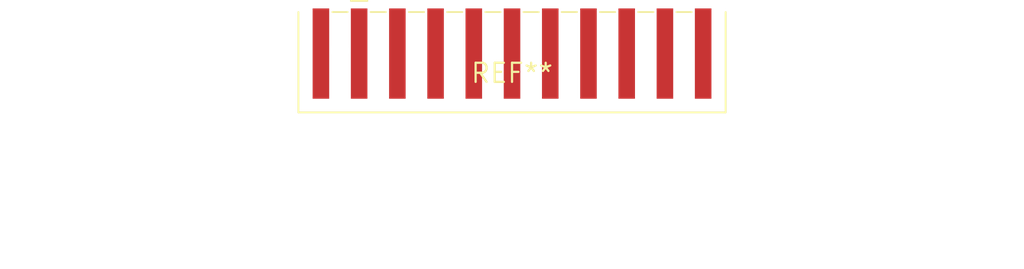
<source format=kicad_pcb>
(kicad_pcb (version 20240108) (generator pcbnew)
  (layers (0 "F.Cu" signal) (31 "B.Cu" signal) (34 "B.Paste" user) (35 "F.Paste" user) (36 "B.SilkS" user "B.Silkscreen") (37 "F.SilkS" user "F.Silkscreen") (38 "B.Mask" user) (39 "F.Mask" user) (44 "Edge.Cuts" user))
  (net 0 "")
  (footprint "Harting_har-flexicon_14110913002xxx_1x09-MP_P2.54mm_Horizontal" (layer "F.Cu") (at 0 0)
    (property "Reference" "REF**")
    (property "Value" "Harting_har-flexicon_14110913002xxx_1x09-MP_P2.54mm_Horizontal")
    (fp_line (start -14.195 -4.06) (end -14.195 2.61) (layer "F.SilkS") (stroke (width 0.12)))
    (fp_line (start -11.938 -4.06) (end -10.922 -4.06) (layer "F.SilkS") (stroke (width 0.12)))
    (fp_line (start -10.71 -4.8) (end -9.61 -4.8) (layer "F.SilkS") (stroke (width 0.12)))
    (fp_line (start -9.398 -4.06) (end -8.382 -4.06) (layer "F.SilkS") (stroke (width 0.12)))
    (fp_line (start -6.858 -4.06) (end -5.842 -4.06) (layer "F.SilkS") (stroke (width 0.12)))
    (fp_line (start -4.318 -4.06) (end -3.302 -4.06) (layer "F.SilkS") (stroke (width 0.12)))
    (fp_line (start -1.778 -4.06) (end -0.762 -4.06) (layer "F.SilkS") (stroke (width 0.12)))
    (fp_line (start 0.762 -4.06) (end 1.778 -4.06) (layer "F.SilkS") (stroke (width 0.12)))
    (fp_line (start 3.302 -4.06) (end 4.318 -4.06) (layer "F.SilkS") (stroke (width 0.12)))
    (fp_line (start 5.842 -4.06) (end 6.858 -4.06) (layer "F.SilkS") (stroke (width 0.12)))
    (fp_line (start 8.382 -4.06) (end 9.398 -4.06) (layer "F.SilkS") (stroke (width 0.12)))
    (fp_line (start 10.922 -4.06) (end 11.938 -4.06) (layer "F.SilkS") (stroke (width 0.12)))
    (fp_line (start 14.195 -4.06) (end 14.195 2.61) (layer "F.SilkS") (stroke (width 0.12)))
    (fp_line (start 14.195 2.61) (end -14.195 2.61) (layer "F.SilkS") (stroke (width 0.12)))
    (pad "" np_thru_hole circle (at -11.43 -1.5) (size 1 1) (drill 1) (layers *.Cu *.Mask))
    (pad "" np_thru_hole circle (at 11.43 -0.9) (size 1 1) (drill 1) (layers *.Cu *.Mask))
    (pad "1" smd rect (at -10.16 -1.3) (size 1.1 6) (layers "F.Cu" "F.Paste" "F.Mask"))
    (pad "2" smd rect (at -7.62 -1.3) (size 1.1 6) (layers "F.Cu" "F.Paste" "F.Mask"))
    (pad "3" smd rect (at -5.08 -1.3) (size 1.1 6) (layers "F.Cu" "F.Paste" "F.Mask"))
    (pad "4" smd rect (at -2.54 -1.3) (size 1.1 6) (layers "F.Cu" "F.Paste" "F.Mask"))
    (pad "5" smd rect (at 0 -1.3) (size 1.1 6) (layers "F.Cu" "F.Paste" "F.Mask"))
    (pad "6" smd rect (at 2.54 -1.3) (size 1.1 6) (layers "F.Cu" "F.Paste" "F.Mask"))
    (pad "7" smd rect (at 5.08 -1.3) (size 1.1 6) (layers "F.Cu" "F.Paste" "F.Mask"))
    (pad "8" smd rect (at 7.62 -1.3) (size 1.1 6) (layers "F.Cu" "F.Paste" "F.Mask"))
    (pad "9" smd rect (at 10.16 -1.3) (size 1.1 6) (layers "F.Cu" "F.Paste" "F.Mask"))
    (pad "MP" smd rect (at -12.7 -1.3) (size 1.1 6) (layers "F.Cu" "F.Paste" "F.Mask"))
    (pad "MP" smd rect (at 12.7 -1.3) (size 1.1 6) (layers "F.Cu" "F.Paste" "F.Mask"))
  )
)
</source>
